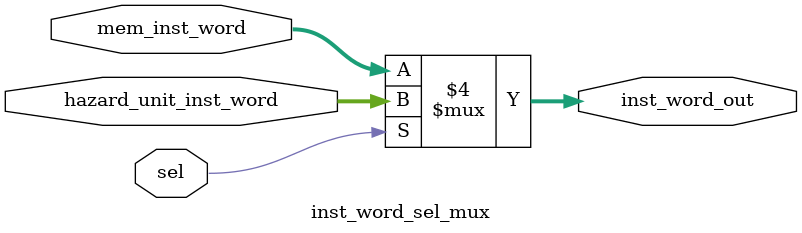
<source format=v>
/*
Module - Instruction Word Sel Mux
Author - Zach Walden
Last Changed - 3/31/22
Description - This mux allows the hazard_control_unit to insert either a nop or call instruction into the pipeline when stalling the instruction fetch stage.
Parameters -
*/

module inst_word_sel_mux(
	input sel,
	input [31:0] mem_inst_word,
	input [31:0] hazard_unit_inst_word,
	output reg [31:0] inst_word_out
);

	always @ (*)
	begin
		if(sel == 1'b1)
		begin
			inst_word_out <= hazard_unit_inst_word;
		end
		else
		begin
			inst_word_out <= mem_inst_word;
		end
	end

/*
// the "macro" to dump signals
`ifdef COCOTB_SIM
initial begin
  $dumpfile ("inst_word_sel_mux.vcd");
  $dumpvars (0, inst_word_sel_mux);
  #1;
end
`endif
*/
endmodule

</source>
